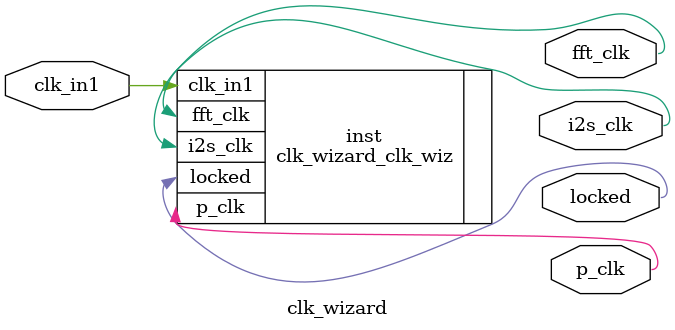
<source format=v>


`timescale 1ps/1ps

(* CORE_GENERATION_INFO = "clk_wizard,clk_wiz_v6_0_4_0_0,{component_name=clk_wizard,use_phase_alignment=true,use_min_o_jitter=false,use_max_i_jitter=false,use_dyn_phase_shift=false,use_inclk_switchover=false,use_dyn_reconfig=false,enable_axi=0,feedback_source=FDBK_AUTO,PRIMITIVE=MMCM,num_out_clk=3,clkin1_period=83.333,clkin2_period=10.0,use_power_down=false,use_reset=false,use_locked=true,use_inclk_stopped=false,feedback_type=SINGLE,CLOCK_MGR_TYPE=NA,manual_override=false}" *)

module clk_wizard 
 (
  // Clock out ports
  output        i2s_clk,
  output        p_clk,
  output        fft_clk,
  // Status and control signals
  output        locked,
 // Clock in ports
  input         clk_in1
 );

  clk_wizard_clk_wiz inst
  (
  // Clock out ports  
  .i2s_clk(i2s_clk),
  .p_clk(p_clk),
  .fft_clk(fft_clk),
  // Status and control signals               
  .locked(locked),
 // Clock in ports
  .clk_in1(clk_in1)
  );

endmodule

</source>
